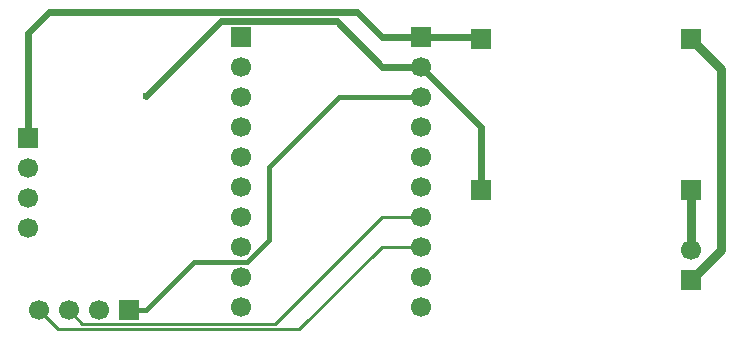
<source format=gbr>
%TF.GenerationSoftware,KiCad,Pcbnew,9.0.1*%
%TF.CreationDate,2025-05-21T02:45:21+02:00*%
%TF.ProjectId,KinderLight,4b696e64-6572-44c6-9967-68742e6b6963,rev?*%
%TF.SameCoordinates,Original*%
%TF.FileFunction,Copper,L2,Bot*%
%TF.FilePolarity,Positive*%
%FSLAX46Y46*%
G04 Gerber Fmt 4.6, Leading zero omitted, Abs format (unit mm)*
G04 Created by KiCad (PCBNEW 9.0.1) date 2025-05-21 02:45:21*
%MOMM*%
%LPD*%
G01*
G04 APERTURE LIST*
%TA.AperFunction,ComponentPad*%
%ADD10C,1.700000*%
%TD*%
%TA.AperFunction,ComponentPad*%
%ADD11R,1.700000X1.700000*%
%TD*%
%TA.AperFunction,ViaPad*%
%ADD12C,0.600000*%
%TD*%
%TA.AperFunction,Conductor*%
%ADD13C,0.600000*%
%TD*%
%TA.AperFunction,Conductor*%
%ADD14C,0.400000*%
%TD*%
%TA.AperFunction,Conductor*%
%ADD15C,0.250000*%
%TD*%
%TA.AperFunction,Conductor*%
%ADD16C,0.800000*%
%TD*%
G04 APERTURE END LIST*
D10*
%TO.P,J9,2,Pin_2*%
%TO.N,GND*%
X134620000Y-91440000D03*
D11*
%TO.P,J9,1,Pin_1*%
%TO.N,VCC 12V MAX*%
X134620000Y-93980000D03*
%TD*%
%TO.P,J8,1,Pin_1*%
%TO.N,VCC 5V*%
X78500000Y-81960000D03*
D10*
%TO.P,J8,2,Pin_2*%
%TO.N,Net-(J8-Pin_2)*%
X78500000Y-84500000D03*
%TO.P,J8,3,Pin_3*%
%TO.N,Net-(J8-Pin_3)*%
X78500000Y-87040000D03*
%TO.P,J8,4,Pin_4*%
%TO.N,Net-(J8-Pin_4)*%
X78500000Y-89580000D03*
%TD*%
D11*
%TO.P,J7,1,Pin_1*%
%TO.N,Net-(J4-Pin_3)*%
X87040000Y-96500000D03*
D10*
%TO.P,J7,2,Pin_2*%
%TO.N,GND*%
X84500000Y-96500000D03*
%TO.P,J7,3,Pin_3*%
%TO.N,/I2C SCL*%
X81960000Y-96500000D03*
%TO.P,J7,4,Pin_4*%
%TO.N,/I2C SDA*%
X79420000Y-96500000D03*
%TD*%
D11*
%TO.P,J6,1,Pin_1*%
%TO.N,GND*%
X134620000Y-86360000D03*
%TD*%
%TO.P,J5,1,Pin_1*%
%TO.N,VCC 12V MAX*%
X134620000Y-73500000D03*
%TD*%
%TO.P,J4,1,Pin_1*%
%TO.N,VCC 5V*%
X111760000Y-73340000D03*
D10*
%TO.P,J4,2,Pin_2*%
%TO.N,GND*%
X111760000Y-75880000D03*
%TO.P,J4,3,Pin_3*%
%TO.N,Net-(J4-Pin_3)*%
X111760000Y-78420000D03*
%TO.P,J4,4,Pin_4*%
%TO.N,unconnected-(J4-Pin_4-Pad4)*%
X111760000Y-80960000D03*
%TO.P,J4,5,Pin_5*%
%TO.N,unconnected-(J4-Pin_5-Pad5)*%
X111760000Y-83500000D03*
%TO.P,J4,6,Pin_6*%
%TO.N,unconnected-(J4-Pin_6-Pad6)*%
X111760000Y-86040000D03*
%TO.P,J4,7,Pin_7*%
%TO.N,/I2C SCL*%
X111760000Y-88580000D03*
%TO.P,J4,8,Pin_8*%
%TO.N,/I2C SDA*%
X111760000Y-91120000D03*
%TO.P,J4,9,Pin_9*%
%TO.N,unconnected-(J4-Pin_9-Pad9)*%
X111760000Y-93660000D03*
%TO.P,J4,10,Pin_10*%
%TO.N,unconnected-(J4-Pin_10-Pad10)*%
X111760000Y-96200000D03*
%TD*%
D11*
%TO.P,J2,1,Pin_1*%
%TO.N,GND*%
X116840000Y-86360000D03*
%TD*%
%TO.P,J1,1,Pin_1*%
%TO.N,VCC 5V*%
X116840000Y-73500000D03*
%TD*%
%TO.P,J3,1,Pin_1*%
%TO.N,unconnected-(J3-Pin_1-Pad1)*%
X96520000Y-73380000D03*
D10*
%TO.P,J3,2,Pin_2*%
%TO.N,unconnected-(J3-Pin_2-Pad2)*%
X96520000Y-75920000D03*
%TO.P,J3,3,Pin_3*%
%TO.N,unconnected-(J3-Pin_3-Pad3)*%
X96520000Y-78460000D03*
%TO.P,J3,4,Pin_4*%
%TO.N,/PWM_RED*%
X96520000Y-81000000D03*
%TO.P,J3,5,Pin_5*%
%TO.N,/PWM_GREEN*%
X96520000Y-83540000D03*
%TO.P,J3,6,Pin_6*%
%TO.N,/PWM_BLUE*%
X96520000Y-86080000D03*
%TO.P,J3,7,Pin_7*%
%TO.N,unconnected-(J3-Pin_7-Pad7)*%
X96520000Y-88620000D03*
%TO.P,J3,8,Pin_8*%
%TO.N,unconnected-(J3-Pin_8-Pad8)*%
X96520000Y-91160000D03*
%TO.P,J3,9,Pin_9*%
%TO.N,unconnected-(J3-Pin_9-Pad9)*%
X96520000Y-93700000D03*
%TO.P,J3,10,Pin_10*%
%TO.N,unconnected-(J3-Pin_10-Pad10)*%
X96520000Y-96240000D03*
%TD*%
D12*
%TO.N,GND*%
X88530095Y-78370095D03*
%TD*%
D13*
%TO.N,GND*%
X88530095Y-78370095D02*
X94871190Y-72029000D01*
%TO.N,VCC 5V*%
X116680000Y-73340000D02*
X116840000Y-73500000D01*
X111760000Y-73340000D02*
X116680000Y-73340000D01*
X108500000Y-73340000D02*
X111760000Y-73340000D01*
X106388000Y-71228000D02*
X108500000Y-73340000D01*
X78500000Y-73000000D02*
X80272000Y-71228000D01*
X80272000Y-71228000D02*
X106388000Y-71228000D01*
X78500000Y-81960000D02*
X78500000Y-73000000D01*
%TO.N,GND*%
X108500000Y-75880000D02*
X111760000Y-75880000D01*
X104649000Y-72029000D02*
X108500000Y-75880000D01*
X94871190Y-72029000D02*
X104649000Y-72029000D01*
D14*
%TO.N,Net-(J4-Pin_3)*%
X87040000Y-96500000D02*
X88500000Y-96500000D01*
X88500000Y-96500000D02*
X92551000Y-92449000D01*
X92551000Y-92449000D02*
X97038182Y-92449000D01*
X97038182Y-92449000D02*
X98907243Y-90579939D01*
X98907243Y-90579939D02*
X98907243Y-84403830D01*
X98907243Y-84403830D02*
X104891073Y-78420000D01*
X104891073Y-78420000D02*
X111760000Y-78420000D01*
D15*
%TO.N,/I2C SDA*%
X108500000Y-91120000D02*
X111760000Y-91120000D01*
%TO.N,/I2C SCL*%
X108500000Y-88580000D02*
X111760000Y-88580000D01*
D13*
%TO.N,GND*%
X111760000Y-75880000D02*
X116840000Y-80960000D01*
X116840000Y-80960000D02*
X116840000Y-86360000D01*
D16*
%TO.N,VCC 12V MAX*%
X134620000Y-93980000D02*
X137160000Y-91440000D01*
X137160000Y-91440000D02*
X137160000Y-76040000D01*
X137160000Y-76040000D02*
X134620000Y-73500000D01*
%TO.N,GND*%
X134620000Y-86360000D02*
X134620000Y-91440000D01*
D15*
%TO.N,/I2C SDA*%
X79420000Y-96500000D02*
X81047000Y-98127000D01*
X101493000Y-98127000D02*
X108500000Y-91120000D01*
X81047000Y-98127000D02*
X101493000Y-98127000D01*
%TO.N,/I2C SCL*%
X81960000Y-96500000D02*
X83136000Y-97676000D01*
X83136000Y-97676000D02*
X99404000Y-97676000D01*
X99404000Y-97676000D02*
X108500000Y-88580000D01*
%TD*%
M02*

</source>
